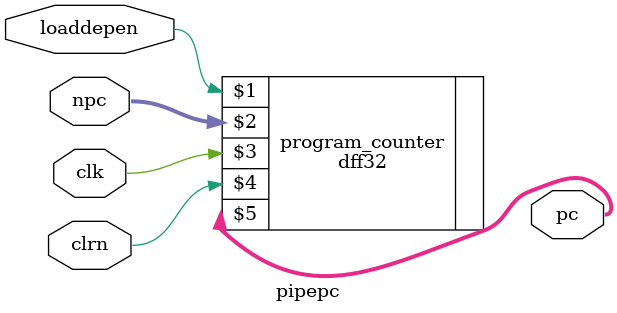
<source format=v>
`timescale 1ns / 1ps
module pipepc(loaddepen,npc,clk,clrn,pc
    );// PC register
	 input [31:0] npc;
	 input clk,clrn;
	 input loaddepen;
	 output [31:0] pc;
	 
	 dff32 program_counter(loaddepen,npc,clk,clrn,pc);   //ÀûÓÃ32Î»µÄD´¥·¢Æ÷ÊµÏÖPC
endmodule

</source>
